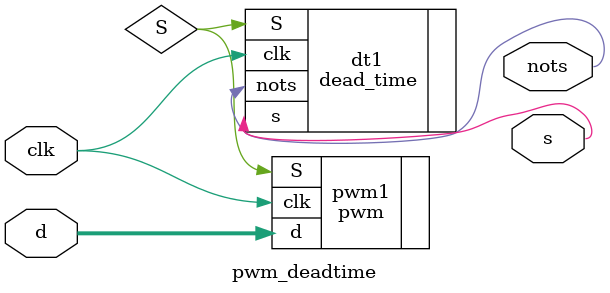
<source format=v>
`timescale 1ns / 1ps
module pwm_deadtime(
input clk,
input [9:0] d,
output s,
output nots
    );


wire S;


pwm pwm1(
.clk(clk),
.d(d),
.S(S)
 );
 
dead_time dt1(.clk(clk),
	.S(S),
	.s(s),
	.nots(nots));

endmodule

</source>
